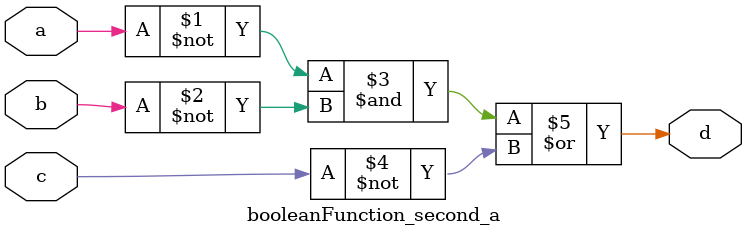
<source format=v>
`timescale 1ns / 1ps

module booleanFunction_second_a(
    input a, b, c,
    output d
);
    
    assign d = (~a & ~b) | ~c;
endmodule
</source>
